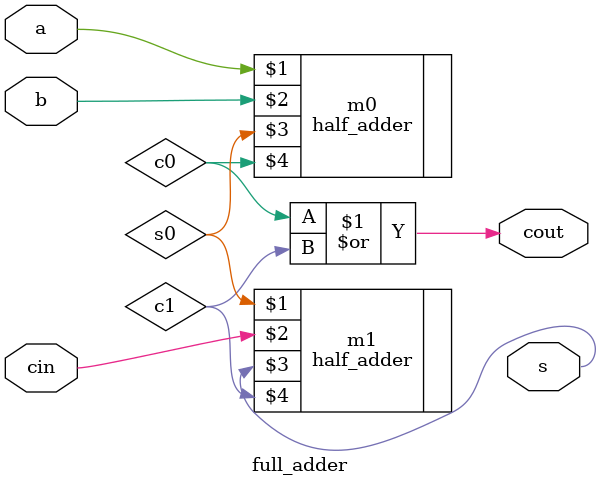
<source format=v>
`timescale 1ns / 1ps

`include "half_adder.v"

module full_adder(
    input a, b, cin,
    output s, cout
);

    wire c0, c1, s0;
    
    half_adder m0(a, b, s0, c0);
    half_adder m1(s0, cin, s, c1);
    or(cout, c0, c1);
    
endmodule

</source>
